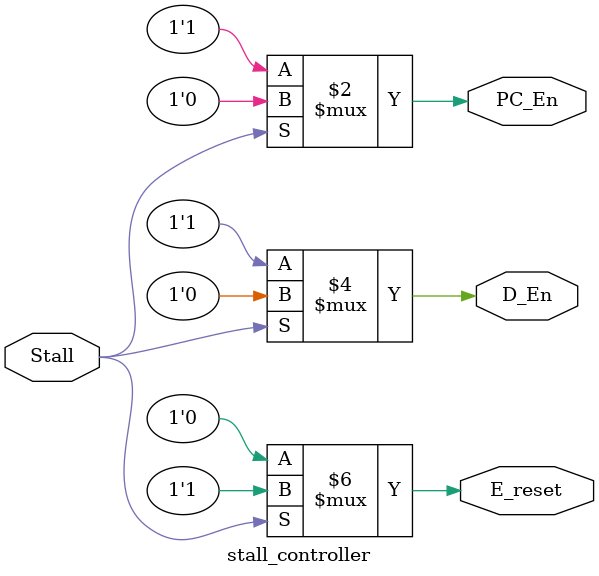
<source format=v>
`timescale 1ns / 1ps
module stall_controller(//Stall, PC_En, D_En, E_reset);
	input Stall,
	output PC_En,
	output D_En,
	output E_reset
	);
	
	assign PC_En = (Stall == 1)? 1'b0: 1'b1;
	assign D_En = (Stall == 1)? 1'b0: 1'b1;
	assign E_reset = (Stall == 1)? 1'b1: 1'b0;
	
endmodule

</source>
